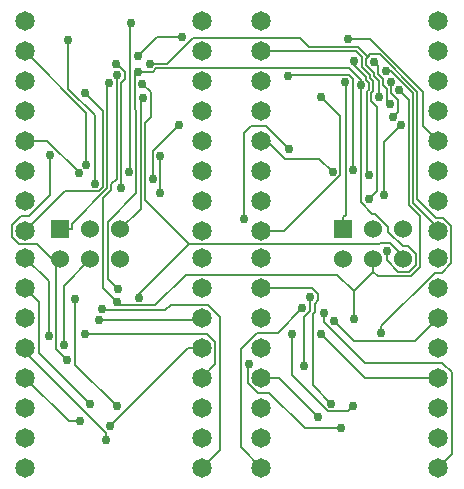
<source format=gbl>
G04 (created by PCBNEW (2013-mar-13)-testing) date Mon 26 Aug 2013 07:19:36 AM PDT*
%MOIN*%
G04 Gerber Fmt 3.4, Leading zero omitted, Abs format*
%FSLAX34Y34*%
G01*
G70*
G90*
G04 APERTURE LIST*
%ADD10C,0.005906*%
%ADD11C,0.065000*%
%ADD12R,0.060000X0.060000*%
%ADD13C,0.060000*%
%ADD14C,0.030000*%
%ADD15C,0.007000*%
G04 APERTURE END LIST*
G54D10*
G54D11*
X20669Y-20122D03*
X20669Y-21122D03*
X20669Y-22122D03*
X20669Y-23122D03*
X20669Y-24122D03*
X20669Y-25122D03*
X20669Y-26122D03*
X20669Y-27122D03*
X26574Y-27122D03*
X26574Y-26122D03*
X26574Y-25122D03*
X26574Y-24122D03*
X26574Y-23122D03*
X26574Y-22122D03*
X26574Y-21122D03*
X26574Y-20122D03*
X20669Y-27996D03*
X20669Y-28996D03*
X20669Y-29996D03*
X20669Y-30996D03*
X20669Y-31996D03*
X20669Y-32996D03*
X20669Y-33996D03*
X20669Y-34996D03*
X26574Y-34996D03*
X26574Y-33996D03*
X26574Y-32996D03*
X26574Y-31996D03*
X26574Y-30996D03*
X26574Y-29996D03*
X26574Y-28996D03*
X26574Y-27996D03*
X28543Y-20122D03*
X28543Y-21122D03*
X28543Y-22122D03*
X28543Y-23122D03*
X28543Y-24122D03*
X28543Y-25122D03*
X28543Y-26122D03*
X28543Y-27122D03*
X34448Y-27122D03*
X34448Y-26122D03*
X34448Y-25122D03*
X34448Y-24122D03*
X34448Y-23122D03*
X34448Y-22122D03*
X34448Y-21122D03*
X34448Y-20122D03*
X28543Y-27996D03*
X28543Y-28996D03*
X28543Y-29996D03*
X28543Y-30996D03*
X28543Y-31996D03*
X28543Y-32996D03*
X28543Y-33996D03*
X28543Y-34996D03*
X34448Y-34996D03*
X34448Y-33996D03*
X34448Y-32996D03*
X34448Y-31996D03*
X34448Y-30996D03*
X34448Y-29996D03*
X34448Y-28996D03*
X34448Y-27996D03*
G54D12*
X21834Y-27059D03*
G54D13*
X21834Y-28059D03*
X22834Y-27059D03*
X22834Y-28059D03*
X23834Y-27059D03*
X23834Y-28059D03*
G54D12*
X31283Y-27059D03*
G54D13*
X31283Y-28059D03*
X32283Y-27059D03*
X32283Y-28059D03*
X33283Y-27059D03*
X33283Y-28059D03*
G54D14*
X27975Y-26695D03*
X29460Y-24360D03*
X22081Y-31398D03*
X21502Y-24572D03*
X30171Y-29316D03*
X29971Y-31598D03*
X23699Y-21536D03*
X23872Y-25672D03*
X23244Y-29708D03*
X32700Y-21782D03*
X30630Y-29850D03*
X24447Y-21268D03*
X25908Y-20659D03*
X23130Y-30079D03*
X30969Y-30114D03*
X22662Y-22517D03*
X30524Y-22638D03*
X29907Y-29684D03*
X22662Y-30536D03*
X31447Y-20706D03*
X30536Y-30527D03*
X21453Y-30595D03*
X22718Y-24903D03*
X22848Y-32873D03*
X32130Y-26048D03*
X30877Y-32862D03*
X22453Y-25168D03*
X22498Y-33448D03*
X30920Y-25145D03*
X30450Y-33323D03*
X32456Y-22655D03*
X24603Y-22661D03*
X32527Y-30512D03*
X24822Y-21533D03*
X24478Y-29327D03*
X24576Y-22196D03*
X23469Y-22164D03*
X31346Y-22159D03*
X25809Y-23567D03*
X24928Y-25383D03*
X33205Y-23574D03*
X32637Y-25913D03*
X22119Y-20739D03*
X23014Y-25527D03*
X22348Y-29380D03*
X23720Y-32941D03*
X29422Y-21947D03*
X31616Y-25071D03*
X31594Y-32952D03*
X29565Y-30540D03*
X24204Y-20170D03*
X24125Y-25128D03*
X31640Y-21452D03*
X32135Y-25228D03*
X28120Y-31555D03*
X31191Y-33668D03*
X25183Y-25839D03*
X25183Y-24606D03*
X32872Y-22152D03*
X32935Y-23314D03*
X32290Y-21471D03*
X32851Y-22884D03*
X33134Y-22414D03*
X31631Y-30030D03*
X23749Y-29467D03*
X23744Y-21912D03*
X31856Y-22254D03*
X32740Y-27768D03*
X24438Y-21795D03*
X23785Y-29057D03*
X21964Y-30924D03*
X23508Y-33600D03*
X23383Y-34078D03*
G54D15*
X27975Y-23830D02*
X27975Y-26695D01*
X28205Y-23600D02*
X27975Y-23830D01*
X28700Y-23600D02*
X28205Y-23600D01*
X29460Y-24360D02*
X28700Y-23600D01*
X30171Y-29781D02*
X30171Y-29316D01*
X29971Y-29981D02*
X30171Y-29781D01*
X29971Y-31598D02*
X29971Y-29981D01*
X21502Y-25909D02*
X21502Y-24572D01*
X20790Y-26622D02*
X21502Y-25909D01*
X20532Y-26622D02*
X20790Y-26622D01*
X20239Y-26915D02*
X20532Y-26622D01*
X20239Y-27326D02*
X20239Y-26915D01*
X20472Y-27559D02*
X20239Y-27326D01*
X21083Y-27559D02*
X20472Y-27559D01*
X21709Y-28184D02*
X21083Y-27559D01*
X21834Y-28059D02*
X21709Y-28184D01*
X22076Y-31398D02*
X22081Y-31398D01*
X21709Y-31030D02*
X22076Y-31398D01*
X21709Y-28184D02*
X21709Y-31030D01*
X23869Y-25670D02*
X23872Y-25672D01*
X23869Y-22167D02*
X23869Y-25670D01*
X24010Y-22027D02*
X23869Y-22167D01*
X24010Y-21808D02*
X24010Y-22027D01*
X23738Y-21536D02*
X24010Y-21808D01*
X23699Y-21536D02*
X23738Y-21536D01*
X23272Y-29736D02*
X23244Y-29708D01*
X25348Y-29736D02*
X23272Y-29736D01*
X25521Y-29563D02*
X25348Y-29736D01*
X26766Y-29563D02*
X25521Y-29563D01*
X27172Y-29968D02*
X26766Y-29563D01*
X27172Y-34398D02*
X27172Y-29968D01*
X26574Y-34996D02*
X27172Y-34398D01*
X34448Y-27025D02*
X34448Y-27122D01*
X33601Y-26177D02*
X34448Y-27025D01*
X33601Y-22520D02*
X33601Y-26177D01*
X32863Y-21782D02*
X33601Y-22520D01*
X32700Y-21782D02*
X32863Y-21782D01*
X34890Y-34554D02*
X34448Y-34996D01*
X34890Y-31812D02*
X34890Y-34554D01*
X34574Y-31496D02*
X34890Y-31812D01*
X31990Y-31496D02*
X34574Y-31496D01*
X30630Y-30136D02*
X31990Y-31496D01*
X30630Y-29850D02*
X30630Y-30136D01*
X25057Y-20659D02*
X25908Y-20659D01*
X24447Y-21268D02*
X25057Y-20659D01*
X26491Y-30079D02*
X26574Y-29996D01*
X23130Y-30079D02*
X26491Y-30079D01*
X33662Y-30782D02*
X34448Y-29996D01*
X31637Y-30782D02*
X33662Y-30782D01*
X30969Y-30114D02*
X31637Y-30782D01*
X23269Y-23124D02*
X22662Y-22517D01*
X23269Y-25632D02*
X23269Y-23124D01*
X23120Y-25782D02*
X23269Y-25632D01*
X22009Y-25782D02*
X23120Y-25782D01*
X20669Y-27122D02*
X22009Y-25782D01*
X31178Y-23291D02*
X30524Y-22638D01*
X31178Y-25259D02*
X31178Y-23291D01*
X29315Y-27122D02*
X31178Y-25259D01*
X28543Y-27122D02*
X29315Y-27122D01*
X29096Y-30496D02*
X29907Y-29684D01*
X28408Y-30496D02*
X29096Y-30496D01*
X27865Y-31038D02*
X28408Y-30496D01*
X27865Y-34318D02*
X27865Y-31038D01*
X28543Y-34996D02*
X27865Y-34318D01*
X26725Y-30536D02*
X22662Y-30536D01*
X27014Y-30825D02*
X26725Y-30536D01*
X27014Y-31556D02*
X27014Y-30825D01*
X26574Y-31996D02*
X27014Y-31556D01*
X32183Y-20706D02*
X31447Y-20706D01*
X33951Y-22474D02*
X32183Y-20706D01*
X33951Y-23624D02*
X33951Y-22474D01*
X34448Y-24122D02*
X33951Y-23624D01*
X32004Y-31996D02*
X30536Y-30527D01*
X34448Y-31996D02*
X32004Y-31996D01*
X21453Y-28780D02*
X21453Y-30595D01*
X20669Y-27996D02*
X21453Y-28780D01*
X22718Y-23170D02*
X22718Y-24903D01*
X20669Y-21122D02*
X22718Y-23170D01*
X21152Y-31177D02*
X22848Y-32873D01*
X21152Y-29478D02*
X21152Y-31177D01*
X20669Y-28996D02*
X21152Y-29478D01*
X32403Y-25774D02*
X32130Y-26048D01*
X32403Y-22964D02*
X32403Y-25774D01*
X32200Y-22761D02*
X32403Y-22964D01*
X32200Y-22517D02*
X32200Y-22761D01*
X32265Y-22452D02*
X32200Y-22517D01*
X32265Y-22104D02*
X32265Y-22452D01*
X32165Y-22004D02*
X32265Y-22104D01*
X32165Y-21905D02*
X32165Y-22004D01*
X31895Y-21634D02*
X32165Y-21905D01*
X31895Y-21307D02*
X31895Y-21634D01*
X31709Y-21122D02*
X31895Y-21307D01*
X28543Y-21122D02*
X31709Y-21122D01*
X30229Y-28996D02*
X28543Y-28996D01*
X30452Y-29219D02*
X30229Y-28996D01*
X30452Y-29422D02*
X30452Y-29219D01*
X30330Y-29544D02*
X30452Y-29422D01*
X30330Y-29820D02*
X30330Y-29544D01*
X30260Y-29890D02*
X30330Y-29820D01*
X30260Y-32246D02*
X30260Y-29890D01*
X30877Y-32862D02*
X30260Y-32246D01*
X22453Y-25156D02*
X22453Y-25168D01*
X21418Y-24122D02*
X22453Y-25156D01*
X20669Y-24122D02*
X21418Y-24122D01*
X22498Y-33448D02*
X22122Y-33448D01*
X22122Y-33448D02*
X20669Y-31996D01*
X28543Y-24122D02*
X28737Y-24122D01*
X30485Y-24710D02*
X30920Y-25145D01*
X29325Y-24710D02*
X30485Y-24710D01*
X28737Y-24122D02*
X29325Y-24710D01*
X29123Y-31996D02*
X28543Y-31996D01*
X30450Y-33323D02*
X29123Y-31996D01*
X24520Y-22744D02*
X24603Y-22661D01*
X24520Y-26373D02*
X24520Y-22744D01*
X23834Y-27059D02*
X24520Y-26373D01*
X31780Y-20970D02*
X32105Y-21295D01*
X30135Y-20970D02*
X31780Y-20970D01*
X29845Y-20680D02*
X30135Y-20970D01*
X26267Y-20680D02*
X29845Y-20680D01*
X25414Y-21533D02*
X26267Y-20680D01*
X24822Y-21533D02*
X25414Y-21533D01*
X32035Y-21365D02*
X32105Y-21295D01*
X32035Y-21576D02*
X32035Y-21365D01*
X32305Y-21847D02*
X32035Y-21576D01*
X32305Y-21946D02*
X32305Y-21847D01*
X32456Y-22096D02*
X32305Y-21946D01*
X32456Y-22655D02*
X32456Y-22096D01*
X32527Y-30289D02*
X32527Y-30512D01*
X34320Y-28496D02*
X32527Y-30289D01*
X34565Y-28496D02*
X34320Y-28496D01*
X34881Y-28180D02*
X34565Y-28496D01*
X34881Y-26941D02*
X34881Y-28180D01*
X34610Y-26671D02*
X34881Y-26941D01*
X34372Y-26671D02*
X34610Y-26671D01*
X33741Y-26040D02*
X34372Y-26671D01*
X33741Y-22462D02*
X33741Y-26040D01*
X32495Y-21216D02*
X33741Y-22462D01*
X32184Y-21216D02*
X32495Y-21216D01*
X32105Y-21295D02*
X32184Y-21216D01*
X24858Y-22478D02*
X24576Y-22196D01*
X24858Y-23311D02*
X24858Y-22478D01*
X24673Y-23496D02*
X24858Y-23311D01*
X24673Y-26087D02*
X24673Y-23496D01*
X26144Y-27559D02*
X24673Y-26087D01*
X32483Y-27559D02*
X26144Y-27559D01*
X32548Y-27494D02*
X32483Y-27559D01*
X32840Y-27494D02*
X32548Y-27494D01*
X33283Y-27937D02*
X32840Y-27494D01*
X33283Y-28059D02*
X33283Y-27937D01*
X24478Y-29225D02*
X24478Y-29327D01*
X26144Y-27559D02*
X24478Y-29225D01*
X21834Y-27059D02*
X22239Y-27059D01*
X23409Y-22223D02*
X23469Y-22164D01*
X23409Y-25690D02*
X23409Y-22223D01*
X22239Y-26860D02*
X23409Y-25690D01*
X22239Y-27059D02*
X22239Y-26860D01*
X31283Y-27059D02*
X31283Y-26653D01*
X31357Y-22170D02*
X31346Y-22159D01*
X31358Y-22170D02*
X31357Y-22170D01*
X31358Y-26578D02*
X31358Y-22170D01*
X31283Y-26653D02*
X31358Y-26578D01*
X24928Y-24448D02*
X24928Y-25383D01*
X25809Y-23567D02*
X24928Y-24448D01*
X32637Y-24143D02*
X33205Y-23574D01*
X32637Y-25913D02*
X32637Y-24143D01*
X22119Y-22363D02*
X22119Y-20739D01*
X23014Y-23259D02*
X22119Y-22363D01*
X23014Y-25527D02*
X23014Y-23259D01*
X22348Y-31570D02*
X23720Y-32941D01*
X22348Y-29380D02*
X22348Y-31570D01*
X31601Y-25056D02*
X31616Y-25071D01*
X31601Y-22030D02*
X31601Y-25056D01*
X31474Y-21903D02*
X31601Y-22030D01*
X29466Y-21903D02*
X31474Y-21903D01*
X29422Y-21947D02*
X29466Y-21903D01*
X29565Y-31914D02*
X29565Y-30540D01*
X30771Y-33120D02*
X29565Y-31914D01*
X31427Y-33120D02*
X30771Y-33120D01*
X31594Y-32952D02*
X31427Y-33120D01*
X24171Y-20202D02*
X24204Y-20170D01*
X24171Y-25081D02*
X24171Y-20202D01*
X24125Y-25128D02*
X24171Y-25081D01*
X32060Y-25154D02*
X32135Y-25228D01*
X32060Y-22459D02*
X32060Y-25154D01*
X32125Y-22394D02*
X32060Y-22459D01*
X32125Y-22162D02*
X32125Y-22394D01*
X32025Y-22062D02*
X32125Y-22162D01*
X32025Y-21963D02*
X32025Y-22062D01*
X31640Y-21577D02*
X32025Y-21963D01*
X31640Y-21452D02*
X31640Y-21577D01*
X29988Y-33668D02*
X31191Y-33668D01*
X28816Y-32496D02*
X29988Y-33668D01*
X28430Y-32496D02*
X28816Y-32496D01*
X28094Y-32160D02*
X28430Y-32496D01*
X28094Y-31581D02*
X28094Y-32160D01*
X28120Y-31555D02*
X28094Y-31581D01*
X25183Y-24606D02*
X25183Y-25839D01*
X33109Y-23140D02*
X32935Y-23314D01*
X33109Y-22749D02*
X33109Y-23140D01*
X32872Y-22513D02*
X33109Y-22749D01*
X32872Y-22152D02*
X32872Y-22513D01*
X32732Y-22765D02*
X32851Y-22884D01*
X32732Y-22373D02*
X32732Y-22765D01*
X32617Y-22258D02*
X32732Y-22373D01*
X32617Y-22059D02*
X32617Y-22258D01*
X32617Y-22059D02*
X32617Y-22059D01*
X32445Y-21888D02*
X32617Y-22059D01*
X32445Y-21626D02*
X32445Y-21888D01*
X32290Y-21471D02*
X32445Y-21626D01*
X32283Y-28059D02*
X32283Y-28469D01*
X32283Y-28469D02*
X31631Y-29122D01*
X31631Y-29122D02*
X31631Y-30030D01*
X32423Y-28609D02*
X32283Y-28469D01*
X33531Y-28609D02*
X32423Y-28609D01*
X33847Y-28293D02*
X33531Y-28609D01*
X33847Y-26622D02*
X33847Y-28293D01*
X33461Y-26235D02*
X33847Y-26622D01*
X33461Y-22740D02*
X33461Y-26235D01*
X33134Y-22414D02*
X33461Y-22740D01*
X23865Y-29583D02*
X23749Y-29467D01*
X25015Y-29583D02*
X23865Y-29583D01*
X26038Y-28560D02*
X25015Y-29583D01*
X31069Y-28560D02*
X26038Y-28560D01*
X31631Y-29122D02*
X31069Y-28560D01*
X23724Y-21932D02*
X23744Y-21912D01*
X23724Y-25376D02*
X23724Y-21932D01*
X23549Y-25550D02*
X23724Y-25376D01*
X23549Y-25748D02*
X23549Y-25550D01*
X23283Y-26014D02*
X23549Y-25748D01*
X23283Y-29001D02*
X23283Y-26014D01*
X23749Y-29467D02*
X23283Y-29001D01*
X24320Y-21913D02*
X24438Y-21795D01*
X24320Y-23038D02*
X24320Y-21913D01*
X24380Y-23097D02*
X24320Y-23038D01*
X24380Y-25839D02*
X24380Y-23097D01*
X23424Y-26794D02*
X24380Y-25839D01*
X23424Y-28697D02*
X23424Y-26794D01*
X23785Y-29057D02*
X23424Y-28697D01*
X32740Y-28092D02*
X32740Y-27768D01*
X33117Y-28469D02*
X32740Y-28092D01*
X33473Y-28469D02*
X33117Y-28469D01*
X33707Y-28235D02*
X33473Y-28469D01*
X33707Y-27891D02*
X33707Y-28235D01*
X33425Y-27608D02*
X33707Y-27891D01*
X33253Y-27608D02*
X33425Y-27608D01*
X32783Y-27138D02*
X33253Y-27608D01*
X32783Y-26979D02*
X32783Y-27138D01*
X32333Y-26529D02*
X32783Y-26979D01*
X32249Y-26529D02*
X32333Y-26529D01*
X31874Y-26154D02*
X32249Y-26529D01*
X31874Y-22254D02*
X31874Y-26154D01*
X31856Y-22254D02*
X31874Y-22254D01*
X31856Y-22087D02*
X31856Y-22254D01*
X31453Y-21683D02*
X31856Y-22087D01*
X25033Y-21683D02*
X31453Y-21683D01*
X24921Y-21795D02*
X25033Y-21683D01*
X24438Y-21795D02*
X24921Y-21795D01*
X21964Y-28929D02*
X21964Y-30924D01*
X22834Y-28059D02*
X21964Y-28929D01*
X26112Y-30996D02*
X26574Y-30996D01*
X23508Y-33600D02*
X26112Y-30996D01*
X23383Y-33842D02*
X23383Y-34078D01*
X20669Y-31127D02*
X23383Y-33842D01*
X20669Y-30996D02*
X20669Y-31127D01*
M02*

</source>
